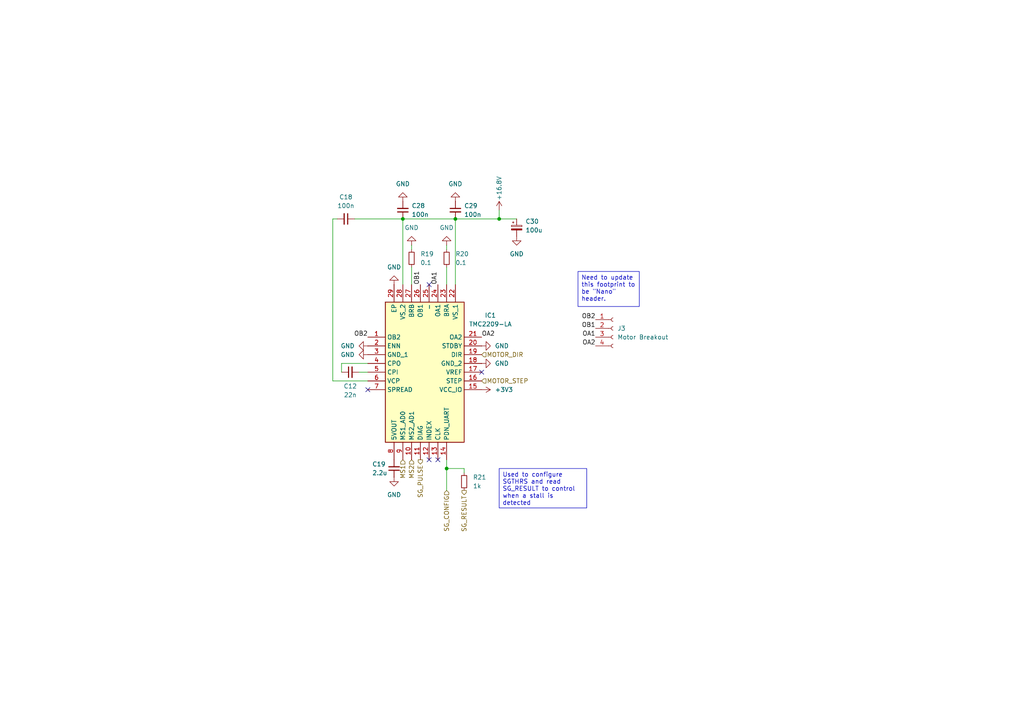
<source format=kicad_sch>
(kicad_sch
	(version 20231120)
	(generator "eeschema")
	(generator_version "8.0")
	(uuid "77dc573b-798b-4a64-8b4a-f338c36bb8a2")
	(paper "A4")
	(lib_symbols
		(symbol "Connector:Conn_01x04_Socket"
			(pin_names
				(offset 1.016) hide)
			(exclude_from_sim no)
			(in_bom yes)
			(on_board yes)
			(property "Reference" "J"
				(at 0 5.08 0)
				(effects
					(font
						(size 1.27 1.27)
					)
				)
			)
			(property "Value" "Conn_01x04_Socket"
				(at 0 -7.62 0)
				(effects
					(font
						(size 1.27 1.27)
					)
				)
			)
			(property "Footprint" ""
				(at 0 0 0)
				(effects
					(font
						(size 1.27 1.27)
					)
					(hide yes)
				)
			)
			(property "Datasheet" "~"
				(at 0 0 0)
				(effects
					(font
						(size 1.27 1.27)
					)
					(hide yes)
				)
			)
			(property "Description" "Generic connector, single row, 01x04, script generated"
				(at 0 0 0)
				(effects
					(font
						(size 1.27 1.27)
					)
					(hide yes)
				)
			)
			(property "ki_locked" ""
				(at 0 0 0)
				(effects
					(font
						(size 1.27 1.27)
					)
				)
			)
			(property "ki_keywords" "connector"
				(at 0 0 0)
				(effects
					(font
						(size 1.27 1.27)
					)
					(hide yes)
				)
			)
			(property "ki_fp_filters" "Connector*:*_1x??_*"
				(at 0 0 0)
				(effects
					(font
						(size 1.27 1.27)
					)
					(hide yes)
				)
			)
			(symbol "Conn_01x04_Socket_1_1"
				(arc
					(start 0 -4.572)
					(mid -0.5058 -5.08)
					(end 0 -5.588)
					(stroke
						(width 0.1524)
						(type default)
					)
					(fill
						(type none)
					)
				)
				(arc
					(start 0 -2.032)
					(mid -0.5058 -2.54)
					(end 0 -3.048)
					(stroke
						(width 0.1524)
						(type default)
					)
					(fill
						(type none)
					)
				)
				(polyline
					(pts
						(xy -1.27 -5.08) (xy -0.508 -5.08)
					)
					(stroke
						(width 0.1524)
						(type default)
					)
					(fill
						(type none)
					)
				)
				(polyline
					(pts
						(xy -1.27 -2.54) (xy -0.508 -2.54)
					)
					(stroke
						(width 0.1524)
						(type default)
					)
					(fill
						(type none)
					)
				)
				(polyline
					(pts
						(xy -1.27 0) (xy -0.508 0)
					)
					(stroke
						(width 0.1524)
						(type default)
					)
					(fill
						(type none)
					)
				)
				(polyline
					(pts
						(xy -1.27 2.54) (xy -0.508 2.54)
					)
					(stroke
						(width 0.1524)
						(type default)
					)
					(fill
						(type none)
					)
				)
				(arc
					(start 0 0.508)
					(mid -0.5058 0)
					(end 0 -0.508)
					(stroke
						(width 0.1524)
						(type default)
					)
					(fill
						(type none)
					)
				)
				(arc
					(start 0 3.048)
					(mid -0.5058 2.54)
					(end 0 2.032)
					(stroke
						(width 0.1524)
						(type default)
					)
					(fill
						(type none)
					)
				)
				(pin passive line
					(at -5.08 2.54 0)
					(length 3.81)
					(name "Pin_1"
						(effects
							(font
								(size 1.27 1.27)
							)
						)
					)
					(number "1"
						(effects
							(font
								(size 1.27 1.27)
							)
						)
					)
				)
				(pin passive line
					(at -5.08 0 0)
					(length 3.81)
					(name "Pin_2"
						(effects
							(font
								(size 1.27 1.27)
							)
						)
					)
					(number "2"
						(effects
							(font
								(size 1.27 1.27)
							)
						)
					)
				)
				(pin passive line
					(at -5.08 -2.54 0)
					(length 3.81)
					(name "Pin_3"
						(effects
							(font
								(size 1.27 1.27)
							)
						)
					)
					(number "3"
						(effects
							(font
								(size 1.27 1.27)
							)
						)
					)
				)
				(pin passive line
					(at -5.08 -5.08 0)
					(length 3.81)
					(name "Pin_4"
						(effects
							(font
								(size 1.27 1.27)
							)
						)
					)
					(number "4"
						(effects
							(font
								(size 1.27 1.27)
							)
						)
					)
				)
			)
		)
		(symbol "Device:C_Polarized_Small"
			(pin_numbers hide)
			(pin_names
				(offset 0.254) hide)
			(exclude_from_sim no)
			(in_bom yes)
			(on_board yes)
			(property "Reference" "C"
				(at 0.254 1.778 0)
				(effects
					(font
						(size 1.27 1.27)
					)
					(justify left)
				)
			)
			(property "Value" "C_Polarized_Small"
				(at 0.254 -2.032 0)
				(effects
					(font
						(size 1.27 1.27)
					)
					(justify left)
				)
			)
			(property "Footprint" ""
				(at 0 0 0)
				(effects
					(font
						(size 1.27 1.27)
					)
					(hide yes)
				)
			)
			(property "Datasheet" "~"
				(at 0 0 0)
				(effects
					(font
						(size 1.27 1.27)
					)
					(hide yes)
				)
			)
			(property "Description" "Polarized capacitor, small symbol"
				(at 0 0 0)
				(effects
					(font
						(size 1.27 1.27)
					)
					(hide yes)
				)
			)
			(property "ki_keywords" "cap capacitor"
				(at 0 0 0)
				(effects
					(font
						(size 1.27 1.27)
					)
					(hide yes)
				)
			)
			(property "ki_fp_filters" "CP_*"
				(at 0 0 0)
				(effects
					(font
						(size 1.27 1.27)
					)
					(hide yes)
				)
			)
			(symbol "C_Polarized_Small_0_1"
				(rectangle
					(start -1.524 -0.3048)
					(end 1.524 -0.6858)
					(stroke
						(width 0)
						(type default)
					)
					(fill
						(type outline)
					)
				)
				(rectangle
					(start -1.524 0.6858)
					(end 1.524 0.3048)
					(stroke
						(width 0)
						(type default)
					)
					(fill
						(type none)
					)
				)
				(polyline
					(pts
						(xy -1.27 1.524) (xy -0.762 1.524)
					)
					(stroke
						(width 0)
						(type default)
					)
					(fill
						(type none)
					)
				)
				(polyline
					(pts
						(xy -1.016 1.27) (xy -1.016 1.778)
					)
					(stroke
						(width 0)
						(type default)
					)
					(fill
						(type none)
					)
				)
			)
			(symbol "C_Polarized_Small_1_1"
				(pin passive line
					(at 0 2.54 270)
					(length 1.8542)
					(name "~"
						(effects
							(font
								(size 1.27 1.27)
							)
						)
					)
					(number "1"
						(effects
							(font
								(size 1.27 1.27)
							)
						)
					)
				)
				(pin passive line
					(at 0 -2.54 90)
					(length 1.8542)
					(name "~"
						(effects
							(font
								(size 1.27 1.27)
							)
						)
					)
					(number "2"
						(effects
							(font
								(size 1.27 1.27)
							)
						)
					)
				)
			)
		)
		(symbol "Device:C_Small"
			(pin_numbers hide)
			(pin_names
				(offset 0.254) hide)
			(exclude_from_sim no)
			(in_bom yes)
			(on_board yes)
			(property "Reference" "C"
				(at 0.254 1.778 0)
				(effects
					(font
						(size 1.27 1.27)
					)
					(justify left)
				)
			)
			(property "Value" "C_Small"
				(at 0.254 -2.032 0)
				(effects
					(font
						(size 1.27 1.27)
					)
					(justify left)
				)
			)
			(property "Footprint" ""
				(at 0 0 0)
				(effects
					(font
						(size 1.27 1.27)
					)
					(hide yes)
				)
			)
			(property "Datasheet" "~"
				(at 0 0 0)
				(effects
					(font
						(size 1.27 1.27)
					)
					(hide yes)
				)
			)
			(property "Description" "Unpolarized capacitor, small symbol"
				(at 0 0 0)
				(effects
					(font
						(size 1.27 1.27)
					)
					(hide yes)
				)
			)
			(property "ki_keywords" "capacitor cap"
				(at 0 0 0)
				(effects
					(font
						(size 1.27 1.27)
					)
					(hide yes)
				)
			)
			(property "ki_fp_filters" "C_*"
				(at 0 0 0)
				(effects
					(font
						(size 1.27 1.27)
					)
					(hide yes)
				)
			)
			(symbol "C_Small_0_1"
				(polyline
					(pts
						(xy -1.524 -0.508) (xy 1.524 -0.508)
					)
					(stroke
						(width 0.3302)
						(type default)
					)
					(fill
						(type none)
					)
				)
				(polyline
					(pts
						(xy -1.524 0.508) (xy 1.524 0.508)
					)
					(stroke
						(width 0.3048)
						(type default)
					)
					(fill
						(type none)
					)
				)
			)
			(symbol "C_Small_1_1"
				(pin passive line
					(at 0 2.54 270)
					(length 2.032)
					(name "~"
						(effects
							(font
								(size 1.27 1.27)
							)
						)
					)
					(number "1"
						(effects
							(font
								(size 1.27 1.27)
							)
						)
					)
				)
				(pin passive line
					(at 0 -2.54 90)
					(length 2.032)
					(name "~"
						(effects
							(font
								(size 1.27 1.27)
							)
						)
					)
					(number "2"
						(effects
							(font
								(size 1.27 1.27)
							)
						)
					)
				)
			)
		)
		(symbol "Device:R_Small"
			(pin_numbers hide)
			(pin_names
				(offset 0.254) hide)
			(exclude_from_sim no)
			(in_bom yes)
			(on_board yes)
			(property "Reference" "R"
				(at 0.762 0.508 0)
				(effects
					(font
						(size 1.27 1.27)
					)
					(justify left)
				)
			)
			(property "Value" "R_Small"
				(at 0.762 -1.016 0)
				(effects
					(font
						(size 1.27 1.27)
					)
					(justify left)
				)
			)
			(property "Footprint" ""
				(at 0 0 0)
				(effects
					(font
						(size 1.27 1.27)
					)
					(hide yes)
				)
			)
			(property "Datasheet" "~"
				(at 0 0 0)
				(effects
					(font
						(size 1.27 1.27)
					)
					(hide yes)
				)
			)
			(property "Description" "Resistor, small symbol"
				(at 0 0 0)
				(effects
					(font
						(size 1.27 1.27)
					)
					(hide yes)
				)
			)
			(property "ki_keywords" "R resistor"
				(at 0 0 0)
				(effects
					(font
						(size 1.27 1.27)
					)
					(hide yes)
				)
			)
			(property "ki_fp_filters" "R_*"
				(at 0 0 0)
				(effects
					(font
						(size 1.27 1.27)
					)
					(hide yes)
				)
			)
			(symbol "R_Small_0_1"
				(rectangle
					(start -0.762 1.778)
					(end 0.762 -1.778)
					(stroke
						(width 0.2032)
						(type default)
					)
					(fill
						(type none)
					)
				)
			)
			(symbol "R_Small_1_1"
				(pin passive line
					(at 0 2.54 270)
					(length 0.762)
					(name "~"
						(effects
							(font
								(size 1.27 1.27)
							)
						)
					)
					(number "1"
						(effects
							(font
								(size 1.27 1.27)
							)
						)
					)
				)
				(pin passive line
					(at 0 -2.54 90)
					(length 0.762)
					(name "~"
						(effects
							(font
								(size 1.27 1.27)
							)
						)
					)
					(number "2"
						(effects
							(font
								(size 1.27 1.27)
							)
						)
					)
				)
			)
		)
		(symbol "GND_2"
			(power)
			(pin_numbers hide)
			(pin_names
				(offset 0) hide)
			(exclude_from_sim no)
			(in_bom yes)
			(on_board yes)
			(property "Reference" "#PWR"
				(at 0 -6.35 0)
				(effects
					(font
						(size 1.27 1.27)
					)
					(hide yes)
				)
			)
			(property "Value" "GND"
				(at 0 -3.81 0)
				(effects
					(font
						(size 1.27 1.27)
					)
				)
			)
			(property "Footprint" ""
				(at 0 0 0)
				(effects
					(font
						(size 1.27 1.27)
					)
					(hide yes)
				)
			)
			(property "Datasheet" ""
				(at 0 0 0)
				(effects
					(font
						(size 1.27 1.27)
					)
					(hide yes)
				)
			)
			(property "Description" "Power symbol creates a global label with name \"GND\" , ground"
				(at 0 0 0)
				(effects
					(font
						(size 1.27 1.27)
					)
					(hide yes)
				)
			)
			(property "ki_keywords" "global power"
				(at 0 0 0)
				(effects
					(font
						(size 1.27 1.27)
					)
					(hide yes)
				)
			)
			(symbol "GND_2_0_1"
				(polyline
					(pts
						(xy 0 0) (xy 0 -1.27) (xy 1.27 -1.27) (xy 0 -2.54) (xy -1.27 -1.27) (xy 0 -1.27)
					)
					(stroke
						(width 0)
						(type default)
					)
					(fill
						(type none)
					)
				)
			)
			(symbol "GND_2_1_1"
				(pin power_in line
					(at 0 0 270)
					(length 0)
					(name "~"
						(effects
							(font
								(size 1.27 1.27)
							)
						)
					)
					(number "1"
						(effects
							(font
								(size 1.27 1.27)
							)
						)
					)
				)
			)
		)
		(symbol "GND_3"
			(power)
			(pin_numbers hide)
			(pin_names
				(offset 0) hide)
			(exclude_from_sim no)
			(in_bom yes)
			(on_board yes)
			(property "Reference" "#PWR"
				(at 0 -6.35 0)
				(effects
					(font
						(size 1.27 1.27)
					)
					(hide yes)
				)
			)
			(property "Value" "GND"
				(at 0 -3.81 0)
				(effects
					(font
						(size 1.27 1.27)
					)
				)
			)
			(property "Footprint" ""
				(at 0 0 0)
				(effects
					(font
						(size 1.27 1.27)
					)
					(hide yes)
				)
			)
			(property "Datasheet" ""
				(at 0 0 0)
				(effects
					(font
						(size 1.27 1.27)
					)
					(hide yes)
				)
			)
			(property "Description" "Power symbol creates a global label with name \"GND\" , ground"
				(at 0 0 0)
				(effects
					(font
						(size 1.27 1.27)
					)
					(hide yes)
				)
			)
			(property "ki_keywords" "global power"
				(at 0 0 0)
				(effects
					(font
						(size 1.27 1.27)
					)
					(hide yes)
				)
			)
			(symbol "GND_3_0_1"
				(polyline
					(pts
						(xy 0 0) (xy 0 -1.27) (xy 1.27 -1.27) (xy 0 -2.54) (xy -1.27 -1.27) (xy 0 -1.27)
					)
					(stroke
						(width 0)
						(type default)
					)
					(fill
						(type none)
					)
				)
			)
			(symbol "GND_3_1_1"
				(pin power_in line
					(at 0 0 270)
					(length 0)
					(name "~"
						(effects
							(font
								(size 1.27 1.27)
							)
						)
					)
					(number "1"
						(effects
							(font
								(size 1.27 1.27)
							)
						)
					)
				)
			)
		)
		(symbol "GND_4"
			(power)
			(pin_numbers hide)
			(pin_names
				(offset 0) hide)
			(exclude_from_sim no)
			(in_bom yes)
			(on_board yes)
			(property "Reference" "#PWR"
				(at 0 -6.35 0)
				(effects
					(font
						(size 1.27 1.27)
					)
					(hide yes)
				)
			)
			(property "Value" "GND"
				(at 0 -3.81 0)
				(effects
					(font
						(size 1.27 1.27)
					)
				)
			)
			(property "Footprint" ""
				(at 0 0 0)
				(effects
					(font
						(size 1.27 1.27)
					)
					(hide yes)
				)
			)
			(property "Datasheet" ""
				(at 0 0 0)
				(effects
					(font
						(size 1.27 1.27)
					)
					(hide yes)
				)
			)
			(property "Description" "Power symbol creates a global label with name \"GND\" , ground"
				(at 0 0 0)
				(effects
					(font
						(size 1.27 1.27)
					)
					(hide yes)
				)
			)
			(property "ki_keywords" "global power"
				(at 0 0 0)
				(effects
					(font
						(size 1.27 1.27)
					)
					(hide yes)
				)
			)
			(symbol "GND_4_0_1"
				(polyline
					(pts
						(xy 0 0) (xy 0 -1.27) (xy 1.27 -1.27) (xy 0 -2.54) (xy -1.27 -1.27) (xy 0 -1.27)
					)
					(stroke
						(width 0)
						(type default)
					)
					(fill
						(type none)
					)
				)
			)
			(symbol "GND_4_1_1"
				(pin power_in line
					(at 0 0 270)
					(length 0)
					(name "~"
						(effects
							(font
								(size 1.27 1.27)
							)
						)
					)
					(number "1"
						(effects
							(font
								(size 1.27 1.27)
							)
						)
					)
				)
			)
		)
		(symbol "GND_5"
			(power)
			(pin_numbers hide)
			(pin_names
				(offset 0) hide)
			(exclude_from_sim no)
			(in_bom yes)
			(on_board yes)
			(property "Reference" "#PWR"
				(at 0 -6.35 0)
				(effects
					(font
						(size 1.27 1.27)
					)
					(hide yes)
				)
			)
			(property "Value" "GND"
				(at 0 -3.81 0)
				(effects
					(font
						(size 1.27 1.27)
					)
				)
			)
			(property "Footprint" ""
				(at 0 0 0)
				(effects
					(font
						(size 1.27 1.27)
					)
					(hide yes)
				)
			)
			(property "Datasheet" ""
				(at 0 0 0)
				(effects
					(font
						(size 1.27 1.27)
					)
					(hide yes)
				)
			)
			(property "Description" "Power symbol creates a global label with name \"GND\" , ground"
				(at 0 0 0)
				(effects
					(font
						(size 1.27 1.27)
					)
					(hide yes)
				)
			)
			(property "ki_keywords" "global power"
				(at 0 0 0)
				(effects
					(font
						(size 1.27 1.27)
					)
					(hide yes)
				)
			)
			(symbol "GND_5_0_1"
				(polyline
					(pts
						(xy 0 0) (xy 0 -1.27) (xy 1.27 -1.27) (xy 0 -2.54) (xy -1.27 -1.27) (xy 0 -1.27)
					)
					(stroke
						(width 0)
						(type default)
					)
					(fill
						(type none)
					)
				)
			)
			(symbol "GND_5_1_1"
				(pin power_in line
					(at 0 0 270)
					(length 0)
					(name "~"
						(effects
							(font
								(size 1.27 1.27)
							)
						)
					)
					(number "1"
						(effects
							(font
								(size 1.27 1.27)
							)
						)
					)
				)
			)
		)
		(symbol "GND_6"
			(power)
			(pin_numbers hide)
			(pin_names
				(offset 0) hide)
			(exclude_from_sim no)
			(in_bom yes)
			(on_board yes)
			(property "Reference" "#PWR"
				(at 0 -6.35 0)
				(effects
					(font
						(size 1.27 1.27)
					)
					(hide yes)
				)
			)
			(property "Value" "GND"
				(at 0 -3.81 0)
				(effects
					(font
						(size 1.27 1.27)
					)
				)
			)
			(property "Footprint" ""
				(at 0 0 0)
				(effects
					(font
						(size 1.27 1.27)
					)
					(hide yes)
				)
			)
			(property "Datasheet" ""
				(at 0 0 0)
				(effects
					(font
						(size 1.27 1.27)
					)
					(hide yes)
				)
			)
			(property "Description" "Power symbol creates a global label with name \"GND\" , ground"
				(at 0 0 0)
				(effects
					(font
						(size 1.27 1.27)
					)
					(hide yes)
				)
			)
			(property "ki_keywords" "global power"
				(at 0 0 0)
				(effects
					(font
						(size 1.27 1.27)
					)
					(hide yes)
				)
			)
			(symbol "GND_6_0_1"
				(polyline
					(pts
						(xy 0 0) (xy 0 -1.27) (xy 1.27 -1.27) (xy 0 -2.54) (xy -1.27 -1.27) (xy 0 -1.27)
					)
					(stroke
						(width 0)
						(type default)
					)
					(fill
						(type none)
					)
				)
			)
			(symbol "GND_6_1_1"
				(pin power_in line
					(at 0 0 270)
					(length 0)
					(name "~"
						(effects
							(font
								(size 1.27 1.27)
							)
						)
					)
					(number "1"
						(effects
							(font
								(size 1.27 1.27)
							)
						)
					)
				)
			)
		)
		(symbol "GND_7"
			(power)
			(pin_numbers hide)
			(pin_names
				(offset 0) hide)
			(exclude_from_sim no)
			(in_bom yes)
			(on_board yes)
			(property "Reference" "#PWR"
				(at 0 -6.35 0)
				(effects
					(font
						(size 1.27 1.27)
					)
					(hide yes)
				)
			)
			(property "Value" "GND"
				(at 0 -3.81 0)
				(effects
					(font
						(size 1.27 1.27)
					)
				)
			)
			(property "Footprint" ""
				(at 0 0 0)
				(effects
					(font
						(size 1.27 1.27)
					)
					(hide yes)
				)
			)
			(property "Datasheet" ""
				(at 0 0 0)
				(effects
					(font
						(size 1.27 1.27)
					)
					(hide yes)
				)
			)
			(property "Description" "Power symbol creates a global label with name \"GND\" , ground"
				(at 0 0 0)
				(effects
					(font
						(size 1.27 1.27)
					)
					(hide yes)
				)
			)
			(property "ki_keywords" "global power"
				(at 0 0 0)
				(effects
					(font
						(size 1.27 1.27)
					)
					(hide yes)
				)
			)
			(symbol "GND_7_0_1"
				(polyline
					(pts
						(xy 0 0) (xy 0 -1.27) (xy 1.27 -1.27) (xy 0 -2.54) (xy -1.27 -1.27) (xy 0 -1.27)
					)
					(stroke
						(width 0)
						(type default)
					)
					(fill
						(type none)
					)
				)
			)
			(symbol "GND_7_1_1"
				(pin power_in line
					(at 0 0 270)
					(length 0)
					(name "~"
						(effects
							(font
								(size 1.27 1.27)
							)
						)
					)
					(number "1"
						(effects
							(font
								(size 1.27 1.27)
							)
						)
					)
				)
			)
		)
		(symbol "GND_8"
			(power)
			(pin_numbers hide)
			(pin_names
				(offset 0) hide)
			(exclude_from_sim no)
			(in_bom yes)
			(on_board yes)
			(property "Reference" "#PWR"
				(at 0 -6.35 0)
				(effects
					(font
						(size 1.27 1.27)
					)
					(hide yes)
				)
			)
			(property "Value" "GND"
				(at 0 -3.81 0)
				(effects
					(font
						(size 1.27 1.27)
					)
				)
			)
			(property "Footprint" ""
				(at 0 0 0)
				(effects
					(font
						(size 1.27 1.27)
					)
					(hide yes)
				)
			)
			(property "Datasheet" ""
				(at 0 0 0)
				(effects
					(font
						(size 1.27 1.27)
					)
					(hide yes)
				)
			)
			(property "Description" "Power symbol creates a global label with name \"GND\" , ground"
				(at 0 0 0)
				(effects
					(font
						(size 1.27 1.27)
					)
					(hide yes)
				)
			)
			(property "ki_keywords" "global power"
				(at 0 0 0)
				(effects
					(font
						(size 1.27 1.27)
					)
					(hide yes)
				)
			)
			(symbol "GND_8_0_1"
				(polyline
					(pts
						(xy 0 0) (xy 0 -1.27) (xy 1.27 -1.27) (xy 0 -2.54) (xy -1.27 -1.27) (xy 0 -1.27)
					)
					(stroke
						(width 0)
						(type default)
					)
					(fill
						(type none)
					)
				)
			)
			(symbol "GND_8_1_1"
				(pin power_in line
					(at 0 0 270)
					(length 0)
					(name "~"
						(effects
							(font
								(size 1.27 1.27)
							)
						)
					)
					(number "1"
						(effects
							(font
								(size 1.27 1.27)
							)
						)
					)
				)
			)
		)
		(symbol "GND_9"
			(power)
			(pin_numbers hide)
			(pin_names
				(offset 0) hide)
			(exclude_from_sim no)
			(in_bom yes)
			(on_board yes)
			(property "Reference" "#PWR"
				(at 0 -6.35 0)
				(effects
					(font
						(size 1.27 1.27)
					)
					(hide yes)
				)
			)
			(property "Value" "GND"
				(at 0 -3.81 0)
				(effects
					(font
						(size 1.27 1.27)
					)
				)
			)
			(property "Footprint" ""
				(at 0 0 0)
				(effects
					(font
						(size 1.27 1.27)
					)
					(hide yes)
				)
			)
			(property "Datasheet" ""
				(at 0 0 0)
				(effects
					(font
						(size 1.27 1.27)
					)
					(hide yes)
				)
			)
			(property "Description" "Power symbol creates a global label with name \"GND\" , ground"
				(at 0 0 0)
				(effects
					(font
						(size 1.27 1.27)
					)
					(hide yes)
				)
			)
			(property "ki_keywords" "global power"
				(at 0 0 0)
				(effects
					(font
						(size 1.27 1.27)
					)
					(hide yes)
				)
			)
			(symbol "GND_9_0_1"
				(polyline
					(pts
						(xy 0 0) (xy 0 -1.27) (xy 1.27 -1.27) (xy 0 -2.54) (xy -1.27 -1.27) (xy 0 -1.27)
					)
					(stroke
						(width 0)
						(type default)
					)
					(fill
						(type none)
					)
				)
			)
			(symbol "GND_9_1_1"
				(pin power_in line
					(at 0 0 270)
					(length 0)
					(name "~"
						(effects
							(font
								(size 1.27 1.27)
							)
						)
					)
					(number "1"
						(effects
							(font
								(size 1.27 1.27)
							)
						)
					)
				)
			)
		)
		(symbol "iclr:TMC2209-LA"
			(exclude_from_sim no)
			(in_bom yes)
			(on_board yes)
			(property "Reference" "IC2"
				(at 35.56 6.3186 0)
				(effects
					(font
						(size 1.27 1.27)
					)
				)
			)
			(property "Value" "TMC2209-LA"
				(at 35.56 3.7786 0)
				(effects
					(font
						(size 1.27 1.27)
					)
				)
			)
			(property "Footprint" "QFN50P500X500X90-29N"
				(at 29.21 -87.3 0)
				(effects
					(font
						(size 1.27 1.27)
					)
					(justify left top)
					(hide yes)
				)
			)
			(property "Datasheet" "https://www.analog.com/media/en/technical-documentation/data-sheets/TMC2209_datasheet_rev1.09.pdf"
				(at 29.21 -187.3 0)
				(effects
					(font
						(size 1.27 1.27)
					)
					(justify left top)
					(hide yes)
				)
			)
			(property "Description" "Silent stepper motor driver 5 to 36V, up to 1.4A with S/D and UART Interface, 256 Steps, SpreadCycle and Stealthchop2"
				(at 0 0 0)
				(effects
					(font
						(size 1.27 1.27)
					)
					(hide yes)
				)
			)
			(property "Height" "0.9"
				(at 29.21 -387.3 0)
				(effects
					(font
						(size 1.27 1.27)
					)
					(justify left top)
					(hide yes)
				)
			)
			(property "Manufacturer_Name" "Analog Devices"
				(at 29.21 -487.3 0)
				(effects
					(font
						(size 1.27 1.27)
					)
					(justify left top)
					(hide yes)
				)
			)
			(property "Manufacturer_Part_Number" "TMC2209-LA"
				(at 29.21 -587.3 0)
				(effects
					(font
						(size 1.27 1.27)
					)
					(justify left top)
					(hide yes)
				)
			)
			(property "Mouser Part Number" "700-TMC2209-LA"
				(at 29.21 -687.3 0)
				(effects
					(font
						(size 1.27 1.27)
					)
					(justify left top)
					(hide yes)
				)
			)
			(property "Mouser Price/Stock" "https://www.mouser.co.uk/ProductDetail/ADI-Trinamic/TMC2209-LA?qs=TiOZkKH1s2QqRRreEQH08w%3D%3D"
				(at 29.21 -787.3 0)
				(effects
					(font
						(size 1.27 1.27)
					)
					(justify left top)
					(hide yes)
				)
			)
			(property "Arrow Part Number" "TMC2209-LA"
				(at 29.21 -887.3 0)
				(effects
					(font
						(size 1.27 1.27)
					)
					(justify left top)
					(hide yes)
				)
			)
			(property "Arrow Price/Stock" "null?region=asia"
				(at 29.21 -987.3 0)
				(effects
					(font
						(size 1.27 1.27)
					)
					(justify left top)
					(hide yes)
				)
			)
			(symbol "TMC2209-LA_1_1"
				(rectangle
					(start 5.08 10.16)
					(end 27.94 -30.48)
					(stroke
						(width 0.254)
						(type default)
					)
					(fill
						(type background)
					)
				)
				(pin passive line
					(at 0 0 0)
					(length 5.08)
					(name "OB2"
						(effects
							(font
								(size 1.27 1.27)
							)
						)
					)
					(number "1"
						(effects
							(font
								(size 1.27 1.27)
							)
						)
					)
				)
				(pin passive line
					(at 12.7 -35.56 90)
					(length 5.08)
					(name "MS2_AD1"
						(effects
							(font
								(size 1.27 1.27)
							)
						)
					)
					(number "10"
						(effects
							(font
								(size 1.27 1.27)
							)
						)
					)
				)
				(pin passive line
					(at 15.24 -35.56 90)
					(length 5.08)
					(name "DIAG"
						(effects
							(font
								(size 1.27 1.27)
							)
						)
					)
					(number "11"
						(effects
							(font
								(size 1.27 1.27)
							)
						)
					)
				)
				(pin passive line
					(at 17.78 -35.56 90)
					(length 5.08)
					(name "INDEX"
						(effects
							(font
								(size 1.27 1.27)
							)
						)
					)
					(number "12"
						(effects
							(font
								(size 1.27 1.27)
							)
						)
					)
				)
				(pin passive line
					(at 20.32 -35.56 90)
					(length 5.08)
					(name "CLK"
						(effects
							(font
								(size 1.27 1.27)
							)
						)
					)
					(number "13"
						(effects
							(font
								(size 1.27 1.27)
							)
						)
					)
				)
				(pin passive line
					(at 22.86 -35.56 90)
					(length 5.08)
					(name "PDN_UART"
						(effects
							(font
								(size 1.27 1.27)
							)
						)
					)
					(number "14"
						(effects
							(font
								(size 1.27 1.27)
							)
						)
					)
				)
				(pin passive line
					(at 33.02 -15.24 180)
					(length 5.08)
					(name "VCC_IO"
						(effects
							(font
								(size 1.27 1.27)
							)
						)
					)
					(number "15"
						(effects
							(font
								(size 1.27 1.27)
							)
						)
					)
				)
				(pin passive line
					(at 33.02 -12.7 180)
					(length 5.08)
					(name "STEP"
						(effects
							(font
								(size 1.27 1.27)
							)
						)
					)
					(number "16"
						(effects
							(font
								(size 1.27 1.27)
							)
						)
					)
				)
				(pin passive line
					(at 33.02 -10.16 180)
					(length 5.08)
					(name "VREF"
						(effects
							(font
								(size 1.27 1.27)
							)
						)
					)
					(number "17"
						(effects
							(font
								(size 1.27 1.27)
							)
						)
					)
				)
				(pin passive line
					(at 33.02 -7.62 180)
					(length 5.08)
					(name "GND_2"
						(effects
							(font
								(size 1.27 1.27)
							)
						)
					)
					(number "18"
						(effects
							(font
								(size 1.27 1.27)
							)
						)
					)
				)
				(pin passive line
					(at 33.02 -5.08 180)
					(length 5.08)
					(name "DIR"
						(effects
							(font
								(size 1.27 1.27)
							)
						)
					)
					(number "19"
						(effects
							(font
								(size 1.27 1.27)
							)
						)
					)
				)
				(pin passive line
					(at 0 -2.54 0)
					(length 5.08)
					(name "ENN"
						(effects
							(font
								(size 1.27 1.27)
							)
						)
					)
					(number "2"
						(effects
							(font
								(size 1.27 1.27)
							)
						)
					)
				)
				(pin passive line
					(at 33.02 -2.54 180)
					(length 5.08)
					(name "STDBY"
						(effects
							(font
								(size 1.27 1.27)
							)
						)
					)
					(number "20"
						(effects
							(font
								(size 1.27 1.27)
							)
						)
					)
				)
				(pin passive line
					(at 33.02 0 180)
					(length 5.08)
					(name "OA2"
						(effects
							(font
								(size 1.27 1.27)
							)
						)
					)
					(number "21"
						(effects
							(font
								(size 1.27 1.27)
							)
						)
					)
				)
				(pin passive line
					(at 25.4 15.24 270)
					(length 5.08)
					(name "VS_1"
						(effects
							(font
								(size 1.27 1.27)
							)
						)
					)
					(number "22"
						(effects
							(font
								(size 1.27 1.27)
							)
						)
					)
				)
				(pin passive line
					(at 22.86 15.24 270)
					(length 5.08)
					(name "BRA"
						(effects
							(font
								(size 1.27 1.27)
							)
						)
					)
					(number "23"
						(effects
							(font
								(size 1.27 1.27)
							)
						)
					)
				)
				(pin passive line
					(at 20.32 15.24 270)
					(length 5.08)
					(name "OA1"
						(effects
							(font
								(size 1.27 1.27)
							)
						)
					)
					(number "24"
						(effects
							(font
								(size 1.27 1.27)
							)
						)
					)
				)
				(pin passive line
					(at 17.78 15.24 270)
					(length 5.08)
					(name "-"
						(effects
							(font
								(size 1.27 1.27)
							)
						)
					)
					(number "25"
						(effects
							(font
								(size 1.27 1.27)
							)
						)
					)
				)
				(pin passive line
					(at 15.24 15.24 270)
					(length 5.08)
					(name "OB1"
						(effects
							(font
								(size 1.27 1.27)
							)
						)
					)
					(number "26"
						(effects
							(font
								(size 1.27 1.27)
							)
						)
					)
				)
				(pin passive line
					(at 12.7 15.24 270)
					(length 5.08)
					(name "BRB"
						(effects
							(font
								(size 1.27 1.27)
							)
						)
					)
					(number "27"
						(effects
							(font
								(size 1.27 1.27)
							)
						)
					)
				)
				(pin passive line
					(at 10.16 15.24 270)
					(length 5.08)
					(name "VS_2"
						(effects
							(font
								(size 1.27 1.27)
							)
						)
					)
					(number "28"
						(effects
							(font
								(size 1.27 1.27)
							)
						)
					)
				)
				(pin passive line
					(at 7.62 15.24 270)
					(length 5.08)
					(name "EP"
						(effects
							(font
								(size 1.27 1.27)
							)
						)
					)
					(number "29"
						(effects
							(font
								(size 1.27 1.27)
							)
						)
					)
				)
				(pin passive line
					(at 0 -5.08 0)
					(length 5.08)
					(name "GND_1"
						(effects
							(font
								(size 1.27 1.27)
							)
						)
					)
					(number "3"
						(effects
							(font
								(size 1.27 1.27)
							)
						)
					)
				)
				(pin passive line
					(at 0 -7.62 0)
					(length 5.08)
					(name "CPO"
						(effects
							(font
								(size 1.27 1.27)
							)
						)
					)
					(number "4"
						(effects
							(font
								(size 1.27 1.27)
							)
						)
					)
				)
				(pin passive line
					(at 0 -10.16 0)
					(length 5.08)
					(name "CPI"
						(effects
							(font
								(size 1.27 1.27)
							)
						)
					)
					(number "5"
						(effects
							(font
								(size 1.27 1.27)
							)
						)
					)
				)
				(pin passive line
					(at 0 -12.7 0)
					(length 5.08)
					(name "VCP"
						(effects
							(font
								(size 1.27 1.27)
							)
						)
					)
					(number "6"
						(effects
							(font
								(size 1.27 1.27)
							)
						)
					)
				)
				(pin passive line
					(at 0 -15.24 0)
					(length 5.08)
					(name "SPREAD"
						(effects
							(font
								(size 1.27 1.27)
							)
						)
					)
					(number "7"
						(effects
							(font
								(size 1.27 1.27)
							)
						)
					)
				)
				(pin passive line
					(at 7.62 -35.56 90)
					(length 5.08)
					(name "5VOUT"
						(effects
							(font
								(size 1.27 1.27)
							)
						)
					)
					(number "8"
						(effects
							(font
								(size 1.27 1.27)
							)
						)
					)
				)
				(pin passive line
					(at 10.16 -35.56 90)
					(length 5.08)
					(name "MS1_AD0"
						(effects
							(font
								(size 1.27 1.27)
							)
						)
					)
					(number "9"
						(effects
							(font
								(size 1.27 1.27)
							)
						)
					)
				)
			)
		)
		(symbol "power:+12V"
			(power)
			(pin_names
				(offset 0)
			)
			(exclude_from_sim no)
			(in_bom yes)
			(on_board yes)
			(property "Reference" "#PWR"
				(at 0 -3.81 0)
				(effects
					(font
						(size 1.27 1.27)
					)
					(hide yes)
				)
			)
			(property "Value" "+12V"
				(at 0 3.556 0)
				(effects
					(font
						(size 1.27 1.27)
					)
				)
			)
			(property "Footprint" ""
				(at 0 0 0)
				(effects
					(font
						(size 1.27 1.27)
					)
					(hide yes)
				)
			)
			(property "Datasheet" ""
				(at 0 0 0)
				(effects
					(font
						(size 1.27 1.27)
					)
					(hide yes)
				)
			)
			(property "Description" "Power symbol creates a global label with name \"+12V\""
				(at 0 0 0)
				(effects
					(font
						(size 1.27 1.27)
					)
					(hide yes)
				)
			)
			(property "ki_keywords" "power-flag"
				(at 0 0 0)
				(effects
					(font
						(size 1.27 1.27)
					)
					(hide yes)
				)
			)
			(symbol "+12V_0_1"
				(polyline
					(pts
						(xy -0.762 1.27) (xy 0 2.54)
					)
					(stroke
						(width 0)
						(type default)
					)
					(fill
						(type none)
					)
				)
				(polyline
					(pts
						(xy 0 0) (xy 0 2.54)
					)
					(stroke
						(width 0)
						(type default)
					)
					(fill
						(type none)
					)
				)
				(polyline
					(pts
						(xy 0 2.54) (xy 0.762 1.27)
					)
					(stroke
						(width 0)
						(type default)
					)
					(fill
						(type none)
					)
				)
			)
			(symbol "+12V_1_1"
				(pin power_in line
					(at 0 0 90)
					(length 0) hide
					(name "+12V"
						(effects
							(font
								(size 1.27 1.27)
							)
						)
					)
					(number "1"
						(effects
							(font
								(size 1.27 1.27)
							)
						)
					)
				)
			)
		)
		(symbol "power:+3V3"
			(power)
			(pin_numbers hide)
			(pin_names
				(offset 0) hide)
			(exclude_from_sim no)
			(in_bom yes)
			(on_board yes)
			(property "Reference" "#PWR"
				(at 0 -3.81 0)
				(effects
					(font
						(size 1.27 1.27)
					)
					(hide yes)
				)
			)
			(property "Value" "+3V3"
				(at 0 3.556 0)
				(effects
					(font
						(size 1.27 1.27)
					)
				)
			)
			(property "Footprint" ""
				(at 0 0 0)
				(effects
					(font
						(size 1.27 1.27)
					)
					(hide yes)
				)
			)
			(property "Datasheet" ""
				(at 0 0 0)
				(effects
					(font
						(size 1.27 1.27)
					)
					(hide yes)
				)
			)
			(property "Description" "Power symbol creates a global label with name \"+3V3\""
				(at 0 0 0)
				(effects
					(font
						(size 1.27 1.27)
					)
					(hide yes)
				)
			)
			(property "ki_keywords" "global power"
				(at 0 0 0)
				(effects
					(font
						(size 1.27 1.27)
					)
					(hide yes)
				)
			)
			(symbol "+3V3_0_1"
				(polyline
					(pts
						(xy -0.762 1.27) (xy 0 2.54)
					)
					(stroke
						(width 0)
						(type default)
					)
					(fill
						(type none)
					)
				)
				(polyline
					(pts
						(xy 0 0) (xy 0 2.54)
					)
					(stroke
						(width 0)
						(type default)
					)
					(fill
						(type none)
					)
				)
				(polyline
					(pts
						(xy 0 2.54) (xy 0.762 1.27)
					)
					(stroke
						(width 0)
						(type default)
					)
					(fill
						(type none)
					)
				)
			)
			(symbol "+3V3_1_1"
				(pin power_in line
					(at 0 0 90)
					(length 0)
					(name "~"
						(effects
							(font
								(size 1.27 1.27)
							)
						)
					)
					(number "1"
						(effects
							(font
								(size 1.27 1.27)
							)
						)
					)
				)
			)
		)
		(symbol "power:GND"
			(power)
			(pin_numbers hide)
			(pin_names
				(offset 0) hide)
			(exclude_from_sim no)
			(in_bom yes)
			(on_board yes)
			(property "Reference" "#PWR"
				(at 0 -6.35 0)
				(effects
					(font
						(size 1.27 1.27)
					)
					(hide yes)
				)
			)
			(property "Value" "GND"
				(at 0 -3.81 0)
				(effects
					(font
						(size 1.27 1.27)
					)
				)
			)
			(property "Footprint" ""
				(at 0 0 0)
				(effects
					(font
						(size 1.27 1.27)
					)
					(hide yes)
				)
			)
			(property "Datasheet" ""
				(at 0 0 0)
				(effects
					(font
						(size 1.27 1.27)
					)
					(hide yes)
				)
			)
			(property "Description" "Power symbol creates a global label with name \"GND\" , ground"
				(at 0 0 0)
				(effects
					(font
						(size 1.27 1.27)
					)
					(hide yes)
				)
			)
			(property "ki_keywords" "global power"
				(at 0 0 0)
				(effects
					(font
						(size 1.27 1.27)
					)
					(hide yes)
				)
			)
			(symbol "GND_0_1"
				(polyline
					(pts
						(xy 0 0) (xy 0 -1.27) (xy 1.27 -1.27) (xy 0 -2.54) (xy -1.27 -1.27) (xy 0 -1.27)
					)
					(stroke
						(width 0)
						(type default)
					)
					(fill
						(type none)
					)
				)
			)
			(symbol "GND_1_1"
				(pin power_in line
					(at 0 0 270)
					(length 0)
					(name "~"
						(effects
							(font
								(size 1.27 1.27)
							)
						)
					)
					(number "1"
						(effects
							(font
								(size 1.27 1.27)
							)
						)
					)
				)
			)
		)
	)
	(junction
		(at 132.08 63.5)
		(diameter 0)
		(color 0 0 0 0)
		(uuid "51c86ea0-8b57-413b-b06a-33c0e912a097")
	)
	(junction
		(at 116.84 63.5)
		(diameter 0)
		(color 0 0 0 0)
		(uuid "65a49cc7-6c94-4a8e-8bfe-b247ddb1ed48")
	)
	(junction
		(at 129.54 135.89)
		(diameter 0)
		(color 0 0 0 0)
		(uuid "c6306637-58c7-4e1a-878c-19a3ef681a67")
	)
	(junction
		(at 144.78 63.5)
		(diameter 0)
		(color 0 0 0 0)
		(uuid "d656575a-3ba9-4c3a-b59c-41d395f36fec")
	)
	(no_connect
		(at 127 133.35)
		(uuid "05620f08-da84-40b9-83cf-e3e460a1f2c5")
	)
	(no_connect
		(at 124.46 133.35)
		(uuid "159482c2-c32d-4476-a52c-dd96fbb94e53")
	)
	(no_connect
		(at 106.68 113.03)
		(uuid "d2eda4d6-af61-41d1-8567-851ef70f7faf")
	)
	(no_connect
		(at 124.46 82.55)
		(uuid "d63fc8da-6c37-4ac3-afff-661511960d42")
	)
	(no_connect
		(at 139.7 107.95)
		(uuid "e3267a3d-b0aa-4ba2-866c-f47c4789bb74")
	)
	(wire
		(pts
			(xy 104.14 107.95) (xy 106.68 107.95)
		)
		(stroke
			(width 0)
			(type default)
		)
		(uuid "14111695-c5f3-46e4-9507-63f6a0613258")
	)
	(wire
		(pts
			(xy 119.38 77.47) (xy 119.38 82.55)
		)
		(stroke
			(width 0)
			(type default)
		)
		(uuid "215db9e6-eebf-4de2-ba07-4cd852fc56a3")
	)
	(wire
		(pts
			(xy 102.87 63.5) (xy 116.84 63.5)
		)
		(stroke
			(width 0)
			(type default)
		)
		(uuid "26c71695-7243-49ac-aa2a-6a459b9f8a51")
	)
	(wire
		(pts
			(xy 96.52 63.5) (xy 97.79 63.5)
		)
		(stroke
			(width 0)
			(type default)
		)
		(uuid "27b5b798-da58-4c74-84fe-44a195b1c652")
	)
	(wire
		(pts
			(xy 99.06 105.41) (xy 106.68 105.41)
		)
		(stroke
			(width 0)
			(type default)
		)
		(uuid "4431eb47-1fc5-48c6-9d42-c41e62670e4f")
	)
	(wire
		(pts
			(xy 132.08 63.5) (xy 132.08 82.55)
		)
		(stroke
			(width 0)
			(type default)
		)
		(uuid "518dde0f-314a-4d4e-b136-77c5ec838d1e")
	)
	(wire
		(pts
			(xy 129.54 77.47) (xy 129.54 82.55)
		)
		(stroke
			(width 0)
			(type default)
		)
		(uuid "51aa0c0f-771e-408b-b603-a099912e122e")
	)
	(wire
		(pts
			(xy 119.38 71.12) (xy 119.38 72.39)
		)
		(stroke
			(width 0)
			(type default)
		)
		(uuid "5bea48ef-b5de-4eb3-90e5-beee09867ac5")
	)
	(wire
		(pts
			(xy 134.62 135.89) (xy 134.62 137.16)
		)
		(stroke
			(width 0)
			(type default)
		)
		(uuid "6ce078ed-0ae2-4d26-8a8d-971355a54e8e")
	)
	(wire
		(pts
			(xy 144.78 63.5) (xy 149.86 63.5)
		)
		(stroke
			(width 0)
			(type default)
		)
		(uuid "79641a26-7b0d-4d17-b244-88ae0de60f4e")
	)
	(wire
		(pts
			(xy 96.52 63.5) (xy 96.52 110.49)
		)
		(stroke
			(width 0)
			(type default)
		)
		(uuid "95d63820-133a-4283-95d2-aafc7df4e246")
	)
	(wire
		(pts
			(xy 129.54 71.12) (xy 129.54 72.39)
		)
		(stroke
			(width 0)
			(type default)
		)
		(uuid "9f6c38a5-b323-4a20-8d22-1c773f31c090")
	)
	(wire
		(pts
			(xy 116.84 63.5) (xy 132.08 63.5)
		)
		(stroke
			(width 0)
			(type default)
		)
		(uuid "9ff3eefd-f8ec-4cfe-b521-827c89a44a87")
	)
	(wire
		(pts
			(xy 96.52 110.49) (xy 106.68 110.49)
		)
		(stroke
			(width 0)
			(type default)
		)
		(uuid "b21657a7-5843-4758-a859-22ac54a54119")
	)
	(wire
		(pts
			(xy 129.54 142.24) (xy 129.54 135.89)
		)
		(stroke
			(width 0)
			(type default)
		)
		(uuid "b2d3fa1b-70c1-4461-b6ee-1f622525d45b")
	)
	(wire
		(pts
			(xy 129.54 135.89) (xy 129.54 133.35)
		)
		(stroke
			(width 0)
			(type default)
		)
		(uuid "b99c5489-9fc6-4ce4-9b27-50f4aca92114")
	)
	(wire
		(pts
			(xy 129.54 135.89) (xy 134.62 135.89)
		)
		(stroke
			(width 0)
			(type default)
		)
		(uuid "cb2299ce-06f1-45dc-8009-b8bafaa1eb76")
	)
	(wire
		(pts
			(xy 116.84 63.5) (xy 116.84 82.55)
		)
		(stroke
			(width 0)
			(type default)
		)
		(uuid "d9191ec5-e930-4859-9acd-9324f91d16e3")
	)
	(wire
		(pts
			(xy 99.06 107.95) (xy 99.06 105.41)
		)
		(stroke
			(width 0)
			(type default)
		)
		(uuid "f226de98-23ee-4cc1-87f7-9ad464fcac7a")
	)
	(wire
		(pts
			(xy 132.08 63.5) (xy 144.78 63.5)
		)
		(stroke
			(width 0)
			(type default)
		)
		(uuid "fbeb3496-0092-4539-befa-7bf07892c25c")
	)
	(wire
		(pts
			(xy 144.78 60.96) (xy 144.78 63.5)
		)
		(stroke
			(width 0)
			(type default)
		)
		(uuid "fed2c137-841d-457f-9b66-7ab662b70406")
	)
	(text_box "Need to update this footprint to be \"Nano\" header."
		(exclude_from_sim no)
		(at 167.64 78.74 0)
		(size 17.78 10.16)
		(stroke
			(width 0)
			(type default)
		)
		(fill
			(type none)
		)
		(effects
			(font
				(size 1.27 1.27)
			)
			(justify left top)
		)
		(uuid "20dbde98-5f9e-4602-8430-795ed9f6e28a")
	)
	(text_box "Used to configure SGTHRS and read SG_RESULT to control when a stall is detected"
		(exclude_from_sim no)
		(at 144.78 135.89 0)
		(size 25.4 11.43)
		(stroke
			(width 0)
			(type default)
		)
		(fill
			(type none)
		)
		(effects
			(font
				(size 1.27 1.27)
			)
			(justify left top)
		)
		(uuid "bb768a42-cc96-4034-a0fe-d168f02a253e")
	)
	(label "OB2"
		(at 172.72 92.71 180)
		(fields_autoplaced yes)
		(effects
			(font
				(size 1.27 1.27)
			)
			(justify right bottom)
		)
		(uuid "0fb3cc59-36da-4332-99ed-a7d81d60cfee")
	)
	(label "OA2"
		(at 139.7 97.79 0)
		(fields_autoplaced yes)
		(effects
			(font
				(size 1.27 1.27)
			)
			(justify left bottom)
		)
		(uuid "2dc7d1bd-5b76-4cd9-927c-9f9afb3749b2")
	)
	(label "OB1"
		(at 121.92 82.55 90)
		(fields_autoplaced yes)
		(effects
			(font
				(size 1.27 1.27)
			)
			(justify left bottom)
		)
		(uuid "4d19d3e0-e1ad-4b6b-ae75-f751e1ffccd4")
	)
	(label "OA2"
		(at 172.72 100.33 180)
		(fields_autoplaced yes)
		(effects
			(font
				(size 1.27 1.27)
			)
			(justify right bottom)
		)
		(uuid "816aba59-2f8c-4bea-bff9-b520a9b509b7")
	)
	(label "OA1"
		(at 172.72 97.79 180)
		(fields_autoplaced yes)
		(effects
			(font
				(size 1.27 1.27)
			)
			(justify right bottom)
		)
		(uuid "9f6dec0c-fe4a-4af7-b53d-57b5b18f5101")
	)
	(label "OB1"
		(at 172.72 95.25 180)
		(fields_autoplaced yes)
		(effects
			(font
				(size 1.27 1.27)
			)
			(justify right bottom)
		)
		(uuid "c0037c95-7dd5-4bb8-8e14-c4567fdc19f7")
	)
	(label "OA1"
		(at 127 82.55 90)
		(fields_autoplaced yes)
		(effects
			(font
				(size 1.27 1.27)
			)
			(justify left bottom)
		)
		(uuid "e0a6a233-5d1a-468e-8114-9cd8bc62c6b6")
	)
	(label "OB2"
		(at 106.68 97.79 180)
		(fields_autoplaced yes)
		(effects
			(font
				(size 1.27 1.27)
			)
			(justify right bottom)
		)
		(uuid "e2d09ed9-4f63-45e2-8bed-3ae19b1f0e0b")
	)
	(hierarchical_label "MOTOR_DIR"
		(shape input)
		(at 139.7 102.87 0)
		(fields_autoplaced yes)
		(effects
			(font
				(size 1.27 1.27)
			)
			(justify left)
		)
		(uuid "05c65bd5-9e88-4457-83cc-1251d16240d3")
	)
	(hierarchical_label "MS2"
		(shape input)
		(at 119.38 133.35 270)
		(fields_autoplaced yes)
		(effects
			(font
				(size 1.27 1.27)
			)
			(justify right)
		)
		(uuid "229dc0e7-5e58-46b3-8f8b-ec2fc6f8f61b")
	)
	(hierarchical_label "MS1"
		(shape input)
		(at 116.84 133.35 270)
		(fields_autoplaced yes)
		(effects
			(font
				(size 1.27 1.27)
			)
			(justify right)
		)
		(uuid "5c7bd5ae-98fa-4bad-97c5-1103bb75fccb")
	)
	(hierarchical_label "SG_PULSE"
		(shape output)
		(at 121.92 133.35 270)
		(fields_autoplaced yes)
		(effects
			(font
				(size 1.27 1.27)
			)
			(justify right)
		)
		(uuid "5ca0e416-cd43-4fee-944b-b11d0899073f")
	)
	(hierarchical_label "SG_RESULT"
		(shape output)
		(at 134.62 142.24 270)
		(fields_autoplaced yes)
		(effects
			(font
				(size 1.27 1.27)
			)
			(justify right)
		)
		(uuid "b5af5237-acd7-46be-9323-813345ad134f")
	)
	(hierarchical_label "SG_CONFIG"
		(shape input)
		(at 129.54 142.24 270)
		(fields_autoplaced yes)
		(effects
			(font
				(size 1.27 1.27)
			)
			(justify right)
		)
		(uuid "b9c626a4-4d47-4bbd-86b3-8932ae81e666")
	)
	(hierarchical_label "MOTOR_STEP"
		(shape input)
		(at 139.7 110.49 0)
		(fields_autoplaced yes)
		(effects
			(font
				(size 1.27 1.27)
			)
			(justify left)
		)
		(uuid "ef595043-eb6b-46df-b685-339ccc763f3a")
	)
	(symbol
		(lib_id "Device:C_Small")
		(at 100.33 63.5 270)
		(unit 1)
		(exclude_from_sim no)
		(in_bom yes)
		(on_board yes)
		(dnp no)
		(fields_autoplaced yes)
		(uuid "00f09ffe-2ce8-4350-b38a-464f2ed077a8")
		(property "Reference" "C18"
			(at 100.3236 57.15 90)
			(effects
				(font
					(size 1.27 1.27)
				)
			)
		)
		(property "Value" "100n"
			(at 100.3236 59.69 90)
			(effects
				(font
					(size 1.27 1.27)
				)
			)
		)
		(property "Footprint" "Capacitor_SMD:C_0402_1005Metric"
			(at 100.33 63.5 0)
			(effects
				(font
					(size 1.27 1.27)
				)
				(hide yes)
			)
		)
		(property "Datasheet" "~"
			(at 100.33 63.5 0)
			(effects
				(font
					(size 1.27 1.27)
				)
				(hide yes)
			)
		)
		(property "Description" "Unpolarized capacitor, small symbol"
			(at 100.33 63.5 0)
			(effects
				(font
					(size 1.27 1.27)
				)
				(hide yes)
			)
		)
		(pin "2"
			(uuid "508613fb-1bb1-4009-bdc2-6dca4b55488b")
		)
		(pin "1"
			(uuid "99cbaac3-0081-44f3-862f-84a50f6c7ce9")
		)
		(instances
			(project "Typhoon"
				(path "/7db990e4-92e1-4f99-b4d2-435bbec1ba83/8de86a23-669c-43a7-bbab-df851b7a13ef"
					(reference "C18")
					(unit 1)
				)
			)
		)
	)
	(symbol
		(lib_id "Device:C_Small")
		(at 132.08 60.96 0)
		(unit 1)
		(exclude_from_sim no)
		(in_bom yes)
		(on_board yes)
		(dnp no)
		(fields_autoplaced yes)
		(uuid "0261bc94-a56d-4425-a205-c6a396f991e9")
		(property "Reference" "C29"
			(at 134.62 59.6962 0)
			(effects
				(font
					(size 1.27 1.27)
				)
				(justify left)
			)
		)
		(property "Value" "100n"
			(at 134.62 62.2362 0)
			(effects
				(font
					(size 1.27 1.27)
				)
				(justify left)
			)
		)
		(property "Footprint" "Capacitor_SMD:C_0402_1005Metric"
			(at 132.08 60.96 0)
			(effects
				(font
					(size 1.27 1.27)
				)
				(hide yes)
			)
		)
		(property "Datasheet" "~"
			(at 132.08 60.96 0)
			(effects
				(font
					(size 1.27 1.27)
				)
				(hide yes)
			)
		)
		(property "Description" "Unpolarized capacitor, small symbol"
			(at 132.08 60.96 0)
			(effects
				(font
					(size 1.27 1.27)
				)
				(hide yes)
			)
		)
		(pin "2"
			(uuid "917ddc3a-9af8-4087-bc8a-c11b05089a71")
		)
		(pin "1"
			(uuid "46575e20-5974-43e5-8a4a-8474693aeb4d")
		)
		(instances
			(project "Typhoon"
				(path "/7db990e4-92e1-4f99-b4d2-435bbec1ba83/8de86a23-669c-43a7-bbab-df851b7a13ef"
					(reference "C29")
					(unit 1)
				)
			)
		)
	)
	(symbol
		(lib_id "Device:C_Small")
		(at 116.84 60.96 180)
		(unit 1)
		(exclude_from_sim no)
		(in_bom yes)
		(on_board yes)
		(dnp no)
		(fields_autoplaced yes)
		(uuid "08a342e3-c1fb-4aeb-a78f-c615866d9a40")
		(property "Reference" "C28"
			(at 119.38 59.6835 0)
			(effects
				(font
					(size 1.27 1.27)
				)
				(justify right)
			)
		)
		(property "Value" "100n"
			(at 119.38 62.2235 0)
			(effects
				(font
					(size 1.27 1.27)
				)
				(justify right)
			)
		)
		(property "Footprint" "Capacitor_SMD:C_0402_1005Metric"
			(at 116.84 60.96 0)
			(effects
				(font
					(size 1.27 1.27)
				)
				(hide yes)
			)
		)
		(property "Datasheet" "~"
			(at 116.84 60.96 0)
			(effects
				(font
					(size 1.27 1.27)
				)
				(hide yes)
			)
		)
		(property "Description" "Unpolarized capacitor, small symbol"
			(at 116.84 60.96 0)
			(effects
				(font
					(size 1.27 1.27)
				)
				(hide yes)
			)
		)
		(pin "2"
			(uuid "1579cdde-0f76-4e36-8a62-a02018d95f5b")
		)
		(pin "1"
			(uuid "c6b0fa2b-16fe-4614-b9ae-4879ae7d00e6")
		)
		(instances
			(project "Typhoon"
				(path "/7db990e4-92e1-4f99-b4d2-435bbec1ba83/8de86a23-669c-43a7-bbab-df851b7a13ef"
					(reference "C28")
					(unit 1)
				)
			)
		)
	)
	(symbol
		(lib_name "GND_9")
		(lib_id "power:GND")
		(at 139.7 105.41 90)
		(unit 1)
		(exclude_from_sim no)
		(in_bom yes)
		(on_board yes)
		(dnp no)
		(fields_autoplaced yes)
		(uuid "0c68f08e-e811-4e51-8e5e-c83ab6270dd6")
		(property "Reference" "#PWR057"
			(at 146.05 105.41 0)
			(effects
				(font
					(size 1.27 1.27)
				)
				(hide yes)
			)
		)
		(property "Value" "GND"
			(at 143.51 105.4099 90)
			(effects
				(font
					(size 1.27 1.27)
				)
				(justify right)
			)
		)
		(property "Footprint" ""
			(at 139.7 105.41 0)
			(effects
				(font
					(size 1.27 1.27)
				)
				(hide yes)
			)
		)
		(property "Datasheet" ""
			(at 139.7 105.41 0)
			(effects
				(font
					(size 1.27 1.27)
				)
				(hide yes)
			)
		)
		(property "Description" "Power symbol creates a global label with name \"GND\" , ground"
			(at 139.7 105.41 0)
			(effects
				(font
					(size 1.27 1.27)
				)
				(hide yes)
			)
		)
		(pin "1"
			(uuid "69a7834a-708f-459c-8814-aa6d3a49cf6e")
		)
		(instances
			(project "Typhoon"
				(path "/7db990e4-92e1-4f99-b4d2-435bbec1ba83/8de86a23-669c-43a7-bbab-df851b7a13ef"
					(reference "#PWR057")
					(unit 1)
				)
			)
		)
	)
	(symbol
		(lib_id "Device:R_Small")
		(at 134.62 139.7 0)
		(unit 1)
		(exclude_from_sim no)
		(in_bom yes)
		(on_board yes)
		(dnp no)
		(fields_autoplaced yes)
		(uuid "104bc6f8-5043-4e8c-9ad5-5a3b48686fdb")
		(property "Reference" "R21"
			(at 137.16 138.4299 0)
			(effects
				(font
					(size 1.27 1.27)
				)
				(justify left)
			)
		)
		(property "Value" "1k"
			(at 137.16 140.9699 0)
			(effects
				(font
					(size 1.27 1.27)
				)
				(justify left)
			)
		)
		(property "Footprint" "Resistor_SMD:R_0402_1005Metric"
			(at 134.62 139.7 0)
			(effects
				(font
					(size 1.27 1.27)
				)
				(hide yes)
			)
		)
		(property "Datasheet" "~"
			(at 134.62 139.7 0)
			(effects
				(font
					(size 1.27 1.27)
				)
				(hide yes)
			)
		)
		(property "Description" "Resistor, small symbol"
			(at 134.62 139.7 0)
			(effects
				(font
					(size 1.27 1.27)
				)
				(hide yes)
			)
		)
		(pin "2"
			(uuid "f6e0a6ff-98b0-4caa-aa47-2cdef305b4a8")
		)
		(pin "1"
			(uuid "42b471f5-ae80-41a4-9c8d-fc9292478979")
		)
		(instances
			(project "Typhoon"
				(path "/7db990e4-92e1-4f99-b4d2-435bbec1ba83/8de86a23-669c-43a7-bbab-df851b7a13ef"
					(reference "R21")
					(unit 1)
				)
			)
		)
	)
	(symbol
		(lib_id "Device:C_Polarized_Small")
		(at 149.86 66.04 0)
		(unit 1)
		(exclude_from_sim no)
		(in_bom yes)
		(on_board yes)
		(dnp no)
		(fields_autoplaced yes)
		(uuid "15485b64-35ff-447d-b967-4b898807fc8b")
		(property "Reference" "C30"
			(at 152.4 64.2238 0)
			(effects
				(font
					(size 1.27 1.27)
				)
				(justify left)
			)
		)
		(property "Value" "100u"
			(at 152.4 66.7638 0)
			(effects
				(font
					(size 1.27 1.27)
				)
				(justify left)
			)
		)
		(property "Footprint" "Capacitor_Tantalum_SMD:CP_EIA-7360-38_Kemet-E"
			(at 149.86 66.04 0)
			(effects
				(font
					(size 1.27 1.27)
				)
				(hide yes)
			)
		)
		(property "Datasheet" "~"
			(at 149.86 66.04 0)
			(effects
				(font
					(size 1.27 1.27)
				)
				(hide yes)
			)
		)
		(property "Description" "Polarized capacitor, small symbol"
			(at 149.86 66.04 0)
			(effects
				(font
					(size 1.27 1.27)
				)
				(hide yes)
			)
		)
		(pin "1"
			(uuid "181c5eb1-607a-4ee6-8157-e4b01dd171a6")
		)
		(pin "2"
			(uuid "c4e0c6e8-8cae-4e2b-b661-206f9d812c1b")
		)
		(instances
			(project "Typhoon"
				(path "/7db990e4-92e1-4f99-b4d2-435bbec1ba83/8de86a23-669c-43a7-bbab-df851b7a13ef"
					(reference "C30")
					(unit 1)
				)
			)
		)
	)
	(symbol
		(lib_id "Device:C_Small")
		(at 114.3 135.89 180)
		(unit 1)
		(exclude_from_sim no)
		(in_bom yes)
		(on_board yes)
		(dnp no)
		(uuid "34ef3381-cc69-4c72-ac88-22169711b2d4")
		(property "Reference" "C19"
			(at 107.95 134.62 0)
			(effects
				(font
					(size 1.27 1.27)
				)
				(justify right)
			)
		)
		(property "Value" "2.2u"
			(at 107.95 137.16 0)
			(effects
				(font
					(size 1.27 1.27)
				)
				(justify right)
			)
		)
		(property "Footprint" "Capacitor_SMD:C_0402_1005Metric"
			(at 114.3 135.89 0)
			(effects
				(font
					(size 1.27 1.27)
				)
				(hide yes)
			)
		)
		(property "Datasheet" "~"
			(at 114.3 135.89 0)
			(effects
				(font
					(size 1.27 1.27)
				)
				(hide yes)
			)
		)
		(property "Description" "Unpolarized capacitor, small symbol"
			(at 114.3 135.89 0)
			(effects
				(font
					(size 1.27 1.27)
				)
				(hide yes)
			)
		)
		(pin "2"
			(uuid "dad7c101-5529-4ae1-b9fe-be1d988871cc")
		)
		(pin "1"
			(uuid "5be191fa-662c-411a-bec5-50817be6ddf9")
		)
		(instances
			(project "Typhoon"
				(path "/7db990e4-92e1-4f99-b4d2-435bbec1ba83/8de86a23-669c-43a7-bbab-df851b7a13ef"
					(reference "C19")
					(unit 1)
				)
			)
		)
	)
	(symbol
		(lib_name "GND_3")
		(lib_id "power:GND")
		(at 106.68 100.33 270)
		(unit 1)
		(exclude_from_sim no)
		(in_bom yes)
		(on_board yes)
		(dnp no)
		(fields_autoplaced yes)
		(uuid "3a4ba615-30d3-464e-8d53-8fb49f288107")
		(property "Reference" "#PWR016"
			(at 100.33 100.33 0)
			(effects
				(font
					(size 1.27 1.27)
				)
				(hide yes)
			)
		)
		(property "Value" "GND"
			(at 102.87 100.3299 90)
			(effects
				(font
					(size 1.27 1.27)
				)
				(justify right)
			)
		)
		(property "Footprint" ""
			(at 106.68 100.33 0)
			(effects
				(font
					(size 1.27 1.27)
				)
				(hide yes)
			)
		)
		(property "Datasheet" ""
			(at 106.68 100.33 0)
			(effects
				(font
					(size 1.27 1.27)
				)
				(hide yes)
			)
		)
		(property "Description" "Power symbol creates a global label with name \"GND\" , ground"
			(at 106.68 100.33 0)
			(effects
				(font
					(size 1.27 1.27)
				)
				(hide yes)
			)
		)
		(pin "1"
			(uuid "741206f2-00e2-486d-9514-0321897fb7c1")
		)
		(instances
			(project "Typhoon"
				(path "/7db990e4-92e1-4f99-b4d2-435bbec1ba83/8de86a23-669c-43a7-bbab-df851b7a13ef"
					(reference "#PWR016")
					(unit 1)
				)
			)
		)
	)
	(symbol
		(lib_id "Device:R_Small")
		(at 119.38 74.93 0)
		(unit 1)
		(exclude_from_sim no)
		(in_bom yes)
		(on_board yes)
		(dnp no)
		(fields_autoplaced yes)
		(uuid "494da977-5936-40ea-af2f-9fea6e77fa2e")
		(property "Reference" "R19"
			(at 121.92 73.6599 0)
			(effects
				(font
					(size 1.27 1.27)
				)
				(justify left)
			)
		)
		(property "Value" "0.1"
			(at 121.92 76.1999 0)
			(effects
				(font
					(size 1.27 1.27)
				)
				(justify left)
			)
		)
		(property "Footprint" "Resistor_SMD:R_0402_1005Metric"
			(at 119.38 74.93 0)
			(effects
				(font
					(size 1.27 1.27)
				)
				(hide yes)
			)
		)
		(property "Datasheet" "~"
			(at 119.38 74.93 0)
			(effects
				(font
					(size 1.27 1.27)
				)
				(hide yes)
			)
		)
		(property "Description" "Resistor, small symbol"
			(at 119.38 74.93 0)
			(effects
				(font
					(size 1.27 1.27)
				)
				(hide yes)
			)
		)
		(pin "2"
			(uuid "f9f069be-9a0e-43fd-8224-d4ee201500ef")
		)
		(pin "1"
			(uuid "72d59c28-917f-423d-bfab-d4e821943829")
		)
		(instances
			(project "Typhoon"
				(path "/7db990e4-92e1-4f99-b4d2-435bbec1ba83/8de86a23-669c-43a7-bbab-df851b7a13ef"
					(reference "R19")
					(unit 1)
				)
			)
		)
	)
	(symbol
		(lib_name "GND_5")
		(lib_id "power:GND")
		(at 114.3 82.55 180)
		(unit 1)
		(exclude_from_sim no)
		(in_bom yes)
		(on_board yes)
		(dnp no)
		(fields_autoplaced yes)
		(uuid "4dfc310a-fba0-4646-a085-d67c0927c6d4")
		(property "Reference" "#PWR051"
			(at 114.3 76.2 0)
			(effects
				(font
					(size 1.27 1.27)
				)
				(hide yes)
			)
		)
		(property "Value" "GND"
			(at 114.3 77.47 0)
			(effects
				(font
					(size 1.27 1.27)
				)
			)
		)
		(property "Footprint" ""
			(at 114.3 82.55 0)
			(effects
				(font
					(size 1.27 1.27)
				)
				(hide yes)
			)
		)
		(property "Datasheet" ""
			(at 114.3 82.55 0)
			(effects
				(font
					(size 1.27 1.27)
				)
				(hide yes)
			)
		)
		(property "Description" "Power symbol creates a global label with name \"GND\" , ground"
			(at 114.3 82.55 0)
			(effects
				(font
					(size 1.27 1.27)
				)
				(hide yes)
			)
		)
		(pin "1"
			(uuid "56f374ef-7e81-4fb9-b325-139b7e297783")
		)
		(instances
			(project "Typhoon"
				(path "/7db990e4-92e1-4f99-b4d2-435bbec1ba83/8de86a23-669c-43a7-bbab-df851b7a13ef"
					(reference "#PWR051")
					(unit 1)
				)
			)
		)
	)
	(symbol
		(lib_id "power:GND")
		(at 114.3 138.43 0)
		(unit 1)
		(exclude_from_sim no)
		(in_bom yes)
		(on_board yes)
		(dnp no)
		(fields_autoplaced yes)
		(uuid "5048e5e8-9456-4ea0-9fdd-9eaa9700f6e4")
		(property "Reference" "#PWR046"
			(at 114.3 144.78 0)
			(effects
				(font
					(size 1.27 1.27)
				)
				(hide yes)
			)
		)
		(property "Value" "GND"
			(at 114.3 143.51 0)
			(effects
				(font
					(size 1.27 1.27)
				)
			)
		)
		(property "Footprint" ""
			(at 114.3 138.43 0)
			(effects
				(font
					(size 1.27 1.27)
				)
				(hide yes)
			)
		)
		(property "Datasheet" ""
			(at 114.3 138.43 0)
			(effects
				(font
					(size 1.27 1.27)
				)
				(hide yes)
			)
		)
		(property "Description" "Power symbol creates a global label with name \"GND\" , ground"
			(at 114.3 138.43 0)
			(effects
				(font
					(size 1.27 1.27)
				)
				(hide yes)
			)
		)
		(pin "1"
			(uuid "76fd659a-b1f9-4ec5-9552-8cb072facede")
		)
		(instances
			(project ""
				(path "/7db990e4-92e1-4f99-b4d2-435bbec1ba83/8de86a23-669c-43a7-bbab-df851b7a13ef"
					(reference "#PWR046")
					(unit 1)
				)
			)
		)
	)
	(symbol
		(lib_id "power:+3V3")
		(at 139.7 113.03 270)
		(unit 1)
		(exclude_from_sim no)
		(in_bom yes)
		(on_board yes)
		(dnp no)
		(fields_autoplaced yes)
		(uuid "5c6ebcd5-204f-442a-9670-55d2d4a25ac0")
		(property "Reference" "#PWR058"
			(at 135.89 113.03 0)
			(effects
				(font
					(size 1.27 1.27)
				)
				(hide yes)
			)
		)
		(property "Value" "+3V3"
			(at 143.51 113.0299 90)
			(effects
				(font
					(size 1.27 1.27)
				)
				(justify left)
			)
		)
		(property "Footprint" ""
			(at 139.7 113.03 0)
			(effects
				(font
					(size 1.27 1.27)
				)
				(hide yes)
			)
		)
		(property "Datasheet" ""
			(at 139.7 113.03 0)
			(effects
				(font
					(size 1.27 1.27)
				)
				(hide yes)
			)
		)
		(property "Description" "Power symbol creates a global label with name \"+3V3\""
			(at 139.7 113.03 0)
			(effects
				(font
					(size 1.27 1.27)
				)
				(hide yes)
			)
		)
		(pin "1"
			(uuid "b8df48da-3423-4a42-bac0-6e1c154e0068")
		)
		(instances
			(project "Typhoon"
				(path "/7db990e4-92e1-4f99-b4d2-435bbec1ba83/8de86a23-669c-43a7-bbab-df851b7a13ef"
					(reference "#PWR058")
					(unit 1)
				)
			)
		)
	)
	(symbol
		(lib_name "GND_4")
		(lib_id "power:GND")
		(at 132.08 58.42 180)
		(unit 1)
		(exclude_from_sim no)
		(in_bom yes)
		(on_board yes)
		(dnp no)
		(fields_autoplaced yes)
		(uuid "5f854b3c-fbca-4d92-8c0c-6676c353b085")
		(property "Reference" "#PWR055"
			(at 132.08 52.07 0)
			(effects
				(font
					(size 1.27 1.27)
				)
				(hide yes)
			)
		)
		(property "Value" "GND"
			(at 132.08 53.34 0)
			(effects
				(font
					(size 1.27 1.27)
				)
			)
		)
		(property "Footprint" ""
			(at 132.08 58.42 0)
			(effects
				(font
					(size 1.27 1.27)
				)
				(hide yes)
			)
		)
		(property "Datasheet" ""
			(at 132.08 58.42 0)
			(effects
				(font
					(size 1.27 1.27)
				)
				(hide yes)
			)
		)
		(property "Description" "Power symbol creates a global label with name \"GND\" , ground"
			(at 132.08 58.42 0)
			(effects
				(font
					(size 1.27 1.27)
				)
				(hide yes)
			)
		)
		(pin "1"
			(uuid "b004d388-d34a-4e15-8a88-7e20fc67f44a")
		)
		(instances
			(project "Typhoon"
				(path "/7db990e4-92e1-4f99-b4d2-435bbec1ba83/8de86a23-669c-43a7-bbab-df851b7a13ef"
					(reference "#PWR055")
					(unit 1)
				)
			)
		)
	)
	(symbol
		(lib_name "GND_6")
		(lib_id "power:GND")
		(at 119.38 71.12 180)
		(unit 1)
		(exclude_from_sim no)
		(in_bom yes)
		(on_board yes)
		(dnp no)
		(fields_autoplaced yes)
		(uuid "76d9a73c-9ff7-4ef1-989a-ab36802783d9")
		(property "Reference" "#PWR053"
			(at 119.38 64.77 0)
			(effects
				(font
					(size 1.27 1.27)
				)
				(hide yes)
			)
		)
		(property "Value" "GND"
			(at 119.38 66.04 0)
			(effects
				(font
					(size 1.27 1.27)
				)
			)
		)
		(property "Footprint" ""
			(at 119.38 71.12 0)
			(effects
				(font
					(size 1.27 1.27)
				)
				(hide yes)
			)
		)
		(property "Datasheet" ""
			(at 119.38 71.12 0)
			(effects
				(font
					(size 1.27 1.27)
				)
				(hide yes)
			)
		)
		(property "Description" "Power symbol creates a global label with name \"GND\" , ground"
			(at 119.38 71.12 0)
			(effects
				(font
					(size 1.27 1.27)
				)
				(hide yes)
			)
		)
		(pin "1"
			(uuid "fca8f80e-b551-4427-bf8a-d7ec30a9db99")
		)
		(instances
			(project "Typhoon"
				(path "/7db990e4-92e1-4f99-b4d2-435bbec1ba83/8de86a23-669c-43a7-bbab-df851b7a13ef"
					(reference "#PWR053")
					(unit 1)
				)
			)
		)
	)
	(symbol
		(lib_name "GND_2")
		(lib_id "power:GND")
		(at 106.68 102.87 270)
		(unit 1)
		(exclude_from_sim no)
		(in_bom yes)
		(on_board yes)
		(dnp no)
		(fields_autoplaced yes)
		(uuid "811caa06-25fc-4130-94b2-016042dd5b36")
		(property "Reference" "#PWR028"
			(at 100.33 102.87 0)
			(effects
				(font
					(size 1.27 1.27)
				)
				(hide yes)
			)
		)
		(property "Value" "GND"
			(at 102.87 102.8699 90)
			(effects
				(font
					(size 1.27 1.27)
				)
				(justify right)
			)
		)
		(property "Footprint" ""
			(at 106.68 102.87 0)
			(effects
				(font
					(size 1.27 1.27)
				)
				(hide yes)
			)
		)
		(property "Datasheet" ""
			(at 106.68 102.87 0)
			(effects
				(font
					(size 1.27 1.27)
				)
				(hide yes)
			)
		)
		(property "Description" "Power symbol creates a global label with name \"GND\" , ground"
			(at 106.68 102.87 0)
			(effects
				(font
					(size 1.27 1.27)
				)
				(hide yes)
			)
		)
		(pin "1"
			(uuid "b70eb2f2-5863-44c9-b299-de69750ce50f")
		)
		(instances
			(project "Typhoon"
				(path "/7db990e4-92e1-4f99-b4d2-435bbec1ba83/8de86a23-669c-43a7-bbab-df851b7a13ef"
					(reference "#PWR028")
					(unit 1)
				)
			)
		)
	)
	(symbol
		(lib_name "GND_8")
		(lib_id "power:GND")
		(at 139.7 100.33 90)
		(unit 1)
		(exclude_from_sim no)
		(in_bom yes)
		(on_board yes)
		(dnp no)
		(fields_autoplaced yes)
		(uuid "83cf7b22-c75e-4455-8c79-e7f86455d7cf")
		(property "Reference" "#PWR056"
			(at 146.05 100.33 0)
			(effects
				(font
					(size 1.27 1.27)
				)
				(hide yes)
			)
		)
		(property "Value" "GND"
			(at 143.51 100.3299 90)
			(effects
				(font
					(size 1.27 1.27)
				)
				(justify right)
			)
		)
		(property "Footprint" ""
			(at 139.7 100.33 0)
			(effects
				(font
					(size 1.27 1.27)
				)
				(hide yes)
			)
		)
		(property "Datasheet" ""
			(at 139.7 100.33 0)
			(effects
				(font
					(size 1.27 1.27)
				)
				(hide yes)
			)
		)
		(property "Description" "Power symbol creates a global label with name \"GND\" , ground"
			(at 139.7 100.33 0)
			(effects
				(font
					(size 1.27 1.27)
				)
				(hide yes)
			)
		)
		(pin "1"
			(uuid "a17f8b21-dbe0-450c-98bd-0464cdb809d5")
		)
		(instances
			(project "Typhoon"
				(path "/7db990e4-92e1-4f99-b4d2-435bbec1ba83/8de86a23-669c-43a7-bbab-df851b7a13ef"
					(reference "#PWR056")
					(unit 1)
				)
			)
		)
	)
	(symbol
		(lib_name "GND_7")
		(lib_id "power:GND")
		(at 129.54 71.12 180)
		(unit 1)
		(exclude_from_sim no)
		(in_bom yes)
		(on_board yes)
		(dnp no)
		(fields_autoplaced yes)
		(uuid "956deeea-2b88-4bf2-9acf-5610ee7105aa")
		(property "Reference" "#PWR054"
			(at 129.54 64.77 0)
			(effects
				(font
					(size 1.27 1.27)
				)
				(hide yes)
			)
		)
		(property "Value" "GND"
			(at 129.54 66.04 0)
			(effects
				(font
					(size 1.27 1.27)
				)
			)
		)
		(property "Footprint" ""
			(at 129.54 71.12 0)
			(effects
				(font
					(size 1.27 1.27)
				)
				(hide yes)
			)
		)
		(property "Datasheet" ""
			(at 129.54 71.12 0)
			(effects
				(font
					(size 1.27 1.27)
				)
				(hide yes)
			)
		)
		(property "Description" "Power symbol creates a global label with name \"GND\" , ground"
			(at 129.54 71.12 0)
			(effects
				(font
					(size 1.27 1.27)
				)
				(hide yes)
			)
		)
		(pin "1"
			(uuid "ec6092b5-2a16-4f93-815e-0c135f2e55e2")
		)
		(instances
			(project "Typhoon"
				(path "/7db990e4-92e1-4f99-b4d2-435bbec1ba83/8de86a23-669c-43a7-bbab-df851b7a13ef"
					(reference "#PWR054")
					(unit 1)
				)
			)
		)
	)
	(symbol
		(lib_id "Device:R_Small")
		(at 129.54 74.93 0)
		(unit 1)
		(exclude_from_sim no)
		(in_bom yes)
		(on_board yes)
		(dnp no)
		(fields_autoplaced yes)
		(uuid "a40b08e9-036a-4f57-a6d9-636a734ba239")
		(property "Reference" "R20"
			(at 132.08 73.6599 0)
			(effects
				(font
					(size 1.27 1.27)
				)
				(justify left)
			)
		)
		(property "Value" "0.1"
			(at 132.08 76.1999 0)
			(effects
				(font
					(size 1.27 1.27)
				)
				(justify left)
			)
		)
		(property "Footprint" "Resistor_SMD:R_0402_1005Metric"
			(at 129.54 74.93 0)
			(effects
				(font
					(size 1.27 1.27)
				)
				(hide yes)
			)
		)
		(property "Datasheet" "~"
			(at 129.54 74.93 0)
			(effects
				(font
					(size 1.27 1.27)
				)
				(hide yes)
			)
		)
		(property "Description" "Resistor, small symbol"
			(at 129.54 74.93 0)
			(effects
				(font
					(size 1.27 1.27)
				)
				(hide yes)
			)
		)
		(pin "2"
			(uuid "2fd2de05-1299-4463-8952-745d4a80d622")
		)
		(pin "1"
			(uuid "4ab0f0f0-6586-4cd3-9353-03b526ee0c95")
		)
		(instances
			(project "Typhoon"
				(path "/7db990e4-92e1-4f99-b4d2-435bbec1ba83/8de86a23-669c-43a7-bbab-df851b7a13ef"
					(reference "R20")
					(unit 1)
				)
			)
		)
	)
	(symbol
		(lib_id "power:+12V")
		(at 144.78 60.96 0)
		(unit 1)
		(exclude_from_sim no)
		(in_bom yes)
		(on_board yes)
		(dnp no)
		(uuid "b5c3c295-77bb-4b15-b483-ffc5ae54b7bf")
		(property "Reference" "#PWR066"
			(at 144.78 64.77 0)
			(effects
				(font
					(size 1.27 1.27)
				)
				(hide yes)
			)
		)
		(property "Value" "+16.8V"
			(at 144.78 54.61 90)
			(effects
				(font
					(size 1.27 1.27)
				)
			)
		)
		(property "Footprint" ""
			(at 144.78 60.96 0)
			(effects
				(font
					(size 1.27 1.27)
				)
				(hide yes)
			)
		)
		(property "Datasheet" ""
			(at 144.78 60.96 0)
			(effects
				(font
					(size 1.27 1.27)
				)
				(hide yes)
			)
		)
		(property "Description" ""
			(at 144.78 60.96 0)
			(effects
				(font
					(size 1.27 1.27)
				)
				(hide yes)
			)
		)
		(pin "1"
			(uuid "8ba34e67-c340-481b-a5b5-83e7f418cd9d")
		)
		(instances
			(project "Typhoon"
				(path "/7db990e4-92e1-4f99-b4d2-435bbec1ba83/8de86a23-669c-43a7-bbab-df851b7a13ef"
					(reference "#PWR066")
					(unit 1)
				)
			)
		)
	)
	(symbol
		(lib_name "GND_4")
		(lib_id "power:GND")
		(at 116.84 58.42 180)
		(unit 1)
		(exclude_from_sim no)
		(in_bom yes)
		(on_board yes)
		(dnp no)
		(fields_autoplaced yes)
		(uuid "b9e408bd-087a-43af-a2ff-cdc48f8b902f")
		(property "Reference" "#PWR052"
			(at 116.84 52.07 0)
			(effects
				(font
					(size 1.27 1.27)
				)
				(hide yes)
			)
		)
		(property "Value" "GND"
			(at 116.84 53.34 0)
			(effects
				(font
					(size 1.27 1.27)
				)
			)
		)
		(property "Footprint" ""
			(at 116.84 58.42 0)
			(effects
				(font
					(size 1.27 1.27)
				)
				(hide yes)
			)
		)
		(property "Datasheet" ""
			(at 116.84 58.42 0)
			(effects
				(font
					(size 1.27 1.27)
				)
				(hide yes)
			)
		)
		(property "Description" "Power symbol creates a global label with name \"GND\" , ground"
			(at 116.84 58.42 0)
			(effects
				(font
					(size 1.27 1.27)
				)
				(hide yes)
			)
		)
		(pin "1"
			(uuid "9e14bc99-b151-4e16-a542-183eaa65a593")
		)
		(instances
			(project "Typhoon"
				(path "/7db990e4-92e1-4f99-b4d2-435bbec1ba83/8de86a23-669c-43a7-bbab-df851b7a13ef"
					(reference "#PWR052")
					(unit 1)
				)
			)
		)
	)
	(symbol
		(lib_id "iclr:TMC2209-LA")
		(at 106.68 97.79 0)
		(unit 1)
		(exclude_from_sim no)
		(in_bom yes)
		(on_board yes)
		(dnp no)
		(fields_autoplaced yes)
		(uuid "b9fd2e22-85fa-4cdf-bd01-da4c0d2c1cd3")
		(property "Reference" "IC1"
			(at 142.24 91.4714 0)
			(effects
				(font
					(size 1.27 1.27)
				)
			)
		)
		(property "Value" "TMC2209-LA"
			(at 142.24 94.0114 0)
			(effects
				(font
					(size 1.27 1.27)
				)
			)
		)
		(property "Footprint" "iclr:QFN50P500X500X90-29N"
			(at 135.89 185.09 0)
			(effects
				(font
					(size 1.27 1.27)
				)
				(justify left top)
				(hide yes)
			)
		)
		(property "Datasheet" "https://www.analog.com/media/en/technical-documentation/data-sheets/TMC2209_datasheet_rev1.09.pdf"
			(at 135.89 285.09 0)
			(effects
				(font
					(size 1.27 1.27)
				)
				(justify left top)
				(hide yes)
			)
		)
		(property "Description" "Silent stepper motor driver 5 to 36V, up to 1.4A with S/D and UART Interface, 256 Steps, SpreadCycle and Stealthchop2"
			(at 106.68 97.79 0)
			(effects
				(font
					(size 1.27 1.27)
				)
				(hide yes)
			)
		)
		(property "Height" "0.9"
			(at 135.89 485.09 0)
			(effects
				(font
					(size 1.27 1.27)
				)
				(justify left top)
				(hide yes)
			)
		)
		(property "Manufacturer_Name" "Analog Devices"
			(at 135.89 585.09 0)
			(effects
				(font
					(size 1.27 1.27)
				)
				(justify left top)
				(hide yes)
			)
		)
		(property "Manufacturer_Part_Number" "TMC2209-LA"
			(at 135.89 685.09 0)
			(effects
				(font
					(size 1.27 1.27)
				)
				(justify left top)
				(hide yes)
			)
		)
		(property "Mouser Part Number" "700-TMC2209-LA"
			(at 135.89 785.09 0)
			(effects
				(font
					(size 1.27 1.27)
				)
				(justify left top)
				(hide yes)
			)
		)
		(property "Mouser Price/Stock" "https://www.mouser.co.uk/ProductDetail/ADI-Trinamic/TMC2209-LA?qs=TiOZkKH1s2QqRRreEQH08w%3D%3D"
			(at 135.89 885.09 0)
			(effects
				(font
					(size 1.27 1.27)
				)
				(justify left top)
				(hide yes)
			)
		)
		(property "Arrow Part Number" "TMC2209-LA"
			(at 135.89 985.09 0)
			(effects
				(font
					(size 1.27 1.27)
				)
				(justify left top)
				(hide yes)
			)
		)
		(property "Arrow Price/Stock" "null?region=asia"
			(at 135.89 1085.09 0)
			(effects
				(font
					(size 1.27 1.27)
				)
				(justify left top)
				(hide yes)
			)
		)
		(pin "24"
			(uuid "fc84a5a6-24e8-4c2b-a1ce-2afd0924fb50")
		)
		(pin "3"
			(uuid "838fdacc-c71a-4de6-a165-e737d0565257")
		)
		(pin "17"
			(uuid "142df2ed-fdd8-4d5f-9286-eb402a4a1ccf")
		)
		(pin "1"
			(uuid "4428cd85-0023-493f-b1f9-73a90b60bb8e")
		)
		(pin "25"
			(uuid "44e94526-61a6-42a0-a234-83b5a4240bb2")
		)
		(pin "14"
			(uuid "25b5aca3-6a90-4a0b-aa2d-92b12c13493e")
		)
		(pin "27"
			(uuid "e1d032b0-278e-4609-8434-bb68be73ab12")
		)
		(pin "8"
			(uuid "15a43f81-c298-416b-81e4-be7bb4089b8f")
		)
		(pin "15"
			(uuid "1fdc2cb0-e81c-41fe-b5cb-fae071869387")
		)
		(pin "4"
			(uuid "36b25e8a-93a4-4f2c-ba34-9fa011cfddc6")
		)
		(pin "18"
			(uuid "5fd8bfa0-0616-4e09-8ddb-469ef4057e85")
		)
		(pin "16"
			(uuid "53d0a581-bd46-4ea4-bfe3-0fc366985c37")
		)
		(pin "21"
			(uuid "15987036-2832-4088-95d1-89704ca42b96")
		)
		(pin "9"
			(uuid "ef0c2df7-76ed-4c60-815f-f1f4688e08df")
		)
		(pin "22"
			(uuid "85e78722-630d-4afc-9f96-5f0c6eebdc6b")
		)
		(pin "6"
			(uuid "e4c03cf7-21f6-4d8a-99ce-9028a331d58e")
		)
		(pin "19"
			(uuid "4ceff7de-080e-406f-84dc-151efd300379")
		)
		(pin "23"
			(uuid "5a97380d-b1f4-41b2-bc11-d79bffac5034")
		)
		(pin "28"
			(uuid "f240e0a3-538f-4669-b168-48d3674f5178")
		)
		(pin "5"
			(uuid "9b94840b-7c84-42d7-b9d9-0c83dc57e102")
		)
		(pin "10"
			(uuid "663d4a0a-0c75-4088-aae1-e4be10601663")
		)
		(pin "29"
			(uuid "947b6c3d-7d15-4010-bcac-2f7f1ca3cda0")
		)
		(pin "12"
			(uuid "2bdd6b85-6346-4070-8732-2a1822551731")
		)
		(pin "13"
			(uuid "00e65815-0b80-494f-afcd-e3e454d8c849")
		)
		(pin "2"
			(uuid "13e8a859-bd14-4cd9-9e11-b5df4a2d4ae0")
		)
		(pin "20"
			(uuid "c535745e-b1eb-4e45-976f-c32893f0c6fd")
		)
		(pin "26"
			(uuid "327ef278-1046-4515-8f30-6caff4ebd1d4")
		)
		(pin "7"
			(uuid "735a00dd-bb07-4a8d-89db-5bccdc88ad2f")
		)
		(pin "11"
			(uuid "73cadc92-24f3-4510-a70f-66a19677238f")
		)
		(instances
			(project "Typhoon"
				(path "/7db990e4-92e1-4f99-b4d2-435bbec1ba83/8de86a23-669c-43a7-bbab-df851b7a13ef"
					(reference "IC1")
					(unit 1)
				)
			)
		)
	)
	(symbol
		(lib_id "Connector:Conn_01x04_Socket")
		(at 177.8 95.25 0)
		(unit 1)
		(exclude_from_sim no)
		(in_bom yes)
		(on_board yes)
		(dnp no)
		(fields_autoplaced yes)
		(uuid "bfc637a8-a210-42f2-981d-7294f64f392c")
		(property "Reference" "J3"
			(at 179.07 95.2499 0)
			(effects
				(font
					(size 1.27 1.27)
				)
				(justify left)
			)
		)
		(property "Value" "Motor Breakout"
			(at 179.07 97.7899 0)
			(effects
				(font
					(size 1.27 1.27)
				)
				(justify left)
			)
		)
		(property "Footprint" "Connector_Molex:Molex_Nano-Fit_105313-xx04_1x04_P2.50mm_Horizontal"
			(at 177.8 95.25 0)
			(effects
				(font
					(size 1.27 1.27)
				)
				(hide yes)
			)
		)
		(property "Datasheet" "~"
			(at 177.8 95.25 0)
			(effects
				(font
					(size 1.27 1.27)
				)
				(hide yes)
			)
		)
		(property "Description" "Generic connector, single row, 01x04, script generated"
			(at 177.8 95.25 0)
			(effects
				(font
					(size 1.27 1.27)
				)
				(hide yes)
			)
		)
		(pin "1"
			(uuid "ea6c2e45-01ad-49b8-bdfc-3a1a637b8912")
		)
		(pin "3"
			(uuid "56b29d7b-283d-4868-be5e-b8e8a4e2c794")
		)
		(pin "2"
			(uuid "6f9e0532-c8ab-4ac9-b8e8-07bc8409765b")
		)
		(pin "4"
			(uuid "2860fe2f-d529-4ab9-9212-489c67879440")
		)
		(instances
			(project "Typhoon"
				(path "/7db990e4-92e1-4f99-b4d2-435bbec1ba83/8de86a23-669c-43a7-bbab-df851b7a13ef"
					(reference "J3")
					(unit 1)
				)
			)
		)
	)
	(symbol
		(lib_id "power:GND")
		(at 149.86 68.58 0)
		(unit 1)
		(exclude_from_sim no)
		(in_bom yes)
		(on_board yes)
		(dnp no)
		(fields_autoplaced yes)
		(uuid "e12a97c3-1436-43c8-8734-bf6c071df508")
		(property "Reference" "#PWR059"
			(at 149.86 74.93 0)
			(effects
				(font
					(size 1.27 1.27)
				)
				(hide yes)
			)
		)
		(property "Value" "GND"
			(at 149.86 73.66 0)
			(effects
				(font
					(size 1.27 1.27)
				)
			)
		)
		(property "Footprint" ""
			(at 149.86 68.58 0)
			(effects
				(font
					(size 1.27 1.27)
				)
				(hide yes)
			)
		)
		(property "Datasheet" ""
			(at 149.86 68.58 0)
			(effects
				(font
					(size 1.27 1.27)
				)
				(hide yes)
			)
		)
		(property "Description" "Power symbol creates a global label with name \"GND\" , ground"
			(at 149.86 68.58 0)
			(effects
				(font
					(size 1.27 1.27)
				)
				(hide yes)
			)
		)
		(pin "1"
			(uuid "cc214efa-7530-44f6-8803-54260b08dd0d")
		)
		(instances
			(project ""
				(path "/7db990e4-92e1-4f99-b4d2-435bbec1ba83/8de86a23-669c-43a7-bbab-df851b7a13ef"
					(reference "#PWR059")
					(unit 1)
				)
			)
		)
	)
	(symbol
		(lib_id "Device:C_Small")
		(at 101.6 107.95 90)
		(unit 1)
		(exclude_from_sim no)
		(in_bom yes)
		(on_board yes)
		(dnp no)
		(uuid "edb12f47-95f6-404f-9930-a1769c64950d")
		(property "Reference" "C12"
			(at 101.6 112.014 90)
			(effects
				(font
					(size 1.27 1.27)
				)
			)
		)
		(property "Value" "22n"
			(at 101.6 114.554 90)
			(effects
				(font
					(size 1.27 1.27)
				)
			)
		)
		(property "Footprint" "Capacitor_SMD:C_0402_1005Metric"
			(at 101.6 107.95 0)
			(effects
				(font
					(size 1.27 1.27)
				)
				(hide yes)
			)
		)
		(property "Datasheet" "~"
			(at 101.6 107.95 0)
			(effects
				(font
					(size 1.27 1.27)
				)
				(hide yes)
			)
		)
		(property "Description" "Unpolarized capacitor, small symbol"
			(at 101.6 107.95 0)
			(effects
				(font
					(size 1.27 1.27)
				)
				(hide yes)
			)
		)
		(pin "1"
			(uuid "c7c64b17-5dcf-4268-aac5-b50bc57bc0be")
		)
		(pin "2"
			(uuid "1e622392-1b28-4281-aed0-e5b8fdc6ead9")
		)
		(instances
			(project "Typhoon"
				(path "/7db990e4-92e1-4f99-b4d2-435bbec1ba83/8de86a23-669c-43a7-bbab-df851b7a13ef"
					(reference "C12")
					(unit 1)
				)
			)
		)
	)
)

</source>
